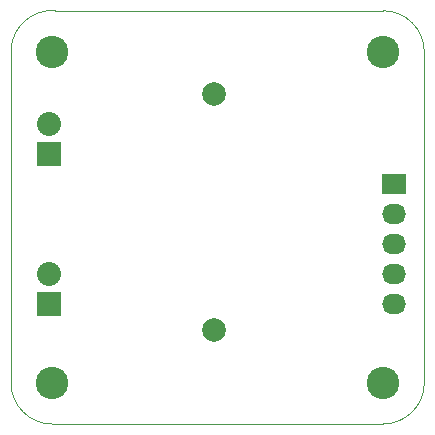
<source format=gbs>
G04 #@! TF.FileFunction,Soldermask,Bot*
%FSLAX46Y46*%
G04 Gerber Fmt 4.6, Leading zero omitted, Abs format (unit mm)*
G04 Created by KiCad (PCBNEW (2015-07-08 BZR 5908, Git 901e961)-product) date 27.10.2015 8:28:23*
%MOMM*%
G01*
G04 APERTURE LIST*
%ADD10C,0.100000*%
%ADD11C,2.750000*%
%ADD12C,2.000000*%
%ADD13R,2.032000X2.032000*%
%ADD14O,2.032000X2.032000*%
%ADD15R,2.032000X1.727200*%
%ADD16O,2.032000X1.727200*%
G04 APERTURE END LIST*
D10*
X45000000Y-48250000D02*
X45000000Y-76500000D01*
X76500000Y-45000000D02*
X48750000Y-45000000D01*
X80000000Y-76500000D02*
X80000000Y-48500000D01*
X48500000Y-80000000D02*
X76500000Y-80000000D01*
X45000000Y-76500000D02*
G75*
G03X48500000Y-80000000I3500000J0D01*
G01*
X76500000Y-80000000D02*
G75*
G03X80000000Y-76500000I0J3500000D01*
G01*
X80000000Y-48500000D02*
G75*
G03X76500000Y-45000000I-3500000J0D01*
G01*
X48750000Y-45000000D02*
G75*
G03X45000000Y-48250000I-250000J-3500000D01*
G01*
D11*
X48500000Y-48500000D03*
D12*
X62230000Y-52070000D03*
X62230000Y-72070000D03*
D13*
X48260000Y-57150000D03*
D14*
X48260000Y-54610000D03*
D13*
X48260000Y-69850000D03*
D14*
X48260000Y-67310000D03*
D15*
X77470000Y-59690000D03*
D16*
X77470000Y-62230000D03*
X77470000Y-64770000D03*
X77470000Y-67310000D03*
X77470000Y-69850000D03*
D11*
X76500000Y-48500000D03*
X76500000Y-76500000D03*
X48500000Y-76500000D03*
M02*

</source>
